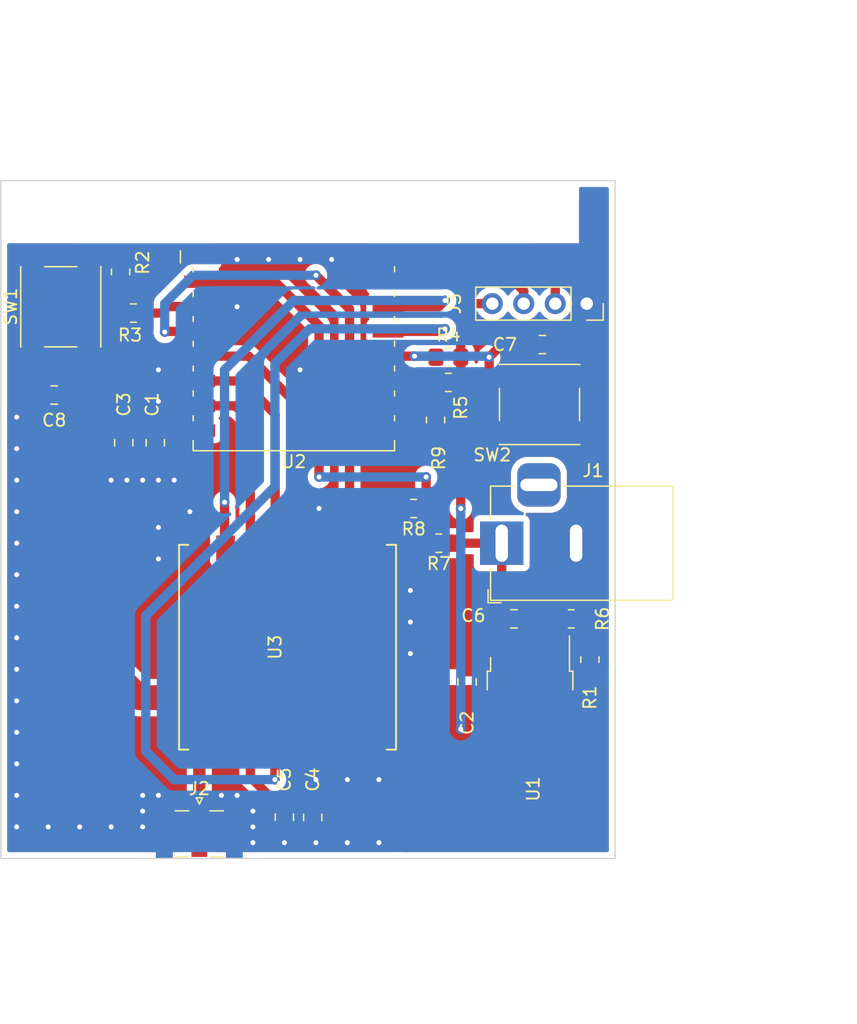
<source format=kicad_pcb>
(kicad_pcb (version 20211014) (generator pcbnew)
  (layers (0 "F.Cu" signal) (31 "B.Cu" signal) (34 "B.Paste" user) (35 "F.Paste" user) (36 "B.SilkS" user "B.Silkscreen") (37 "F.SilkS" user "F.Silkscreen") (38 "B.Mask" user) (39 "F.Mask" user) (44 "Edge.Cuts" user))
  (net 0 "")
  (net 1 "Net-(C1-Pad2)")
  (net 2 "GND")
  (net 3 "Net-(C6-Pad2)")
  (net 4 "Net-(C7-Pad1)")
  (net 5 "Net-(C8-Pad2)")
  (net 6 "Net-(J2-Pad1)")
  (net 7 "Net-(J3-Pad2)")
  (net 8 "Net-(J3-Pad3)")
  (net 9 "Net-(R1-Pad2)")
  (net 10 "Net-(R3-Pad2)")
  (net 11 "/BUSY")
  (net 12 "Net-(R7-Pad2)")
  (net 13 "Net-(R9-Pad1)")
  (net 14 "Net-(R5-Pad2)")
  (net 15 "Net-(U2-Pad5)")
  (net 16 "Net-(U2-Pad6)")
  (net 17 "Net-(U2-Pad7)")
  (net 18 "Net-(U2-Pad13)")
  (net 19 "Net-(U2-Pad14)")
  (footprint "Resistor_SMD:R_0805_2012Metric_Pad1.20x1.40mm_HandSolder" (layer "F.Cu") (at 158.512 110.49 180)
    (fp_text reference "R7" (at 0 -1.65) (layer "F.SilkS"))
    (fp_text value "10k")
    (fp_line (start -0.227064 -0.735) (end 0.227064 -0.735) (layer "F.SilkS") (width 0.12))
    (fp_line (start -0.227064 0.735) (end 0.227064 0.735) (layer "F.SilkS") (width 0.12))
    (pad "1" smd roundrect (at -1 0 180) (size 1.2 1.4) (layers "F.Cu" "F.Paste" "F.Mask") (roundrect_rratio 0.2083333333) (net 3 "Net-(C6-Pad2)"))
    (pad "2" smd roundrect (at 1 0 180) (size 1.2 1.4) (layers "F.Cu" "F.Paste" "F.Mask") (roundrect_rratio 0.2083333333) (net 12 "Net-(R7-Pad2)"))
  )
  (footprint "Capacitor_SMD:C_0805_2012Metric_Pad1.18x1.45mm_HandSolder" (layer "F.Cu") (at 164.5705 116.586 180)
    (fp_text reference "C6" (at 3.2805 0.254) (layer "F.SilkS"))
    (fp_text value "10u")
    (fp_line (start -0.261252 -0.735) (end 0.261252 -0.735) (layer "F.SilkS") (width 0.12))
    (fp_line (start -0.261252 0.735) (end 0.261252 0.735) (layer "F.SilkS") (width 0.12))
    (pad "1" smd roundrect (at -1.0375 0 180) (size 1.175 1.45) (layers "F.Cu" "F.Paste" "F.Mask") (roundrect_rratio 0.2127659574) (net 2 "GND"))
    (pad "2" smd roundrect (at 1.0375 0 180) (size 1.175 1.45) (layers "F.Cu" "F.Paste" "F.Mask") (roundrect_rratio 0.2127659574) (net 3 "Net-(C6-Pad2)"))
  )
  (footprint "Capacitor_SMD:C_0805_2012Metric_Pad1.18x1.45mm_HandSolder" (layer "F.Cu") (at 135.636 102.392 90)
    (fp_text reference "C1" (at 3.078 -0.254 90) (layer "F.SilkS"))
    (fp_text value "10u")
    (fp_line (start -0.261252 -0.735) (end 0.261252 -0.735) (layer "F.SilkS") (width 0.12))
    (fp_line (start -0.261252 0.735) (end 0.261252 0.735) (layer "F.SilkS") (width 0.12))
    (pad "1" smd roundrect (at -1.0375 0 90) (size 1.175 1.45) (layers "F.Cu" "F.Paste" "F.Mask") (roundrect_rratio 0.2127659574) (net 2 "GND"))
    (pad "2" smd roundrect (at 1.0375 0 90) (size 1.175 1.45) (layers "F.Cu" "F.Paste" "F.Mask") (roundrect_rratio 0.2127659574) (net 1 "Net-(C1-Pad2)"))
  )
  (footprint "Capacitor_SMD:C_0805_2012Metric_Pad1.18x1.45mm_HandSolder" (layer "F.Cu") (at 127.4865 98.552)
    (fp_text reference "C8" (at 0 2.032) (layer "F.SilkS"))
    (fp_text value "0.1u")
    (fp_line (start -0.261252 0.735) (end 0.261252 0.735) (layer "F.SilkS") (width 0.12))
    (fp_line (start -0.261252 -0.735) (end 0.261252 -0.735) (layer "F.SilkS") (width 0.12))
    (pad "1" smd roundrect (at -1.0375 0) (size 1.175 1.45) (layers "F.Cu" "F.Paste" "F.Mask") (roundrect_rratio 0.2127659574) (net 2 "GND"))
    (pad "2" smd roundrect (at 1.0375 0) (size 1.175 1.45) (layers "F.Cu" "F.Paste" "F.Mask") (roundrect_rratio 0.2127659574) (net 5 "Net-(C8-Pad2)"))
  )
  (footprint "Connector_PinSocket_2.54mm:PinSocket_1x04_P2.54mm_Vertical" (layer "F.Cu") (at 170.434 91.186 -90)
    (fp_text reference "J3" (at 0 10.668 90) (layer "F.SilkS"))
    (fp_text value "PROG")
    (fp_line (start -1.33 1.27) (end 1.33 1.27) (layer "F.SilkS") (width 0.12))
    (fp_line (start 1.33 -1.33) (end 1.33 0) (layer "F.SilkS") (width 0.12))
    (fp_line (start -1.33 8.95) (end 1.33 8.95) (layer "F.SilkS") (width 0.12))
    (fp_line (start 0 -1.33) (end 1.33 -1.33) (layer "F.SilkS") (width 0.12))
    (fp_line (start -1.33 1.27) (end -1.33 8.95) (layer "F.SilkS") (width 0.12))
    (fp_line (start 1.33 1.27) (end 1.33 8.95) (layer "F.SilkS") (width 0.12))
    (pad "1" thru_hole rect (at 0 0 270) (size 1.7 1.7) (drill 1) (layers *.Cu *.Mask) (net 2 "GND"))
    (pad "2" thru_hole oval (at 0 2.54 270) (size 1.7 1.7) (drill 1) (layers *.Cu *.Mask) (net 7 "Net-(J3-Pad2)"))
    (pad "3" thru_hole oval (at 0 5.08 270) (size 1.7 1.7) (drill 1) (layers *.Cu *.Mask) (net 8 "Net-(J3-Pad3)"))
    (pad "4" thru_hole oval (at 0 7.62 270) (size 1.7 1.7) (drill 1) (layers *.Cu *.Mask) (net 1 "Net-(C1-Pad2)"))
  )
  (footprint "Button_Switch_SMD:SW_Push_1P1T_NO_6x6mm_H9.5mm" (layer "F.Cu") (at 166.624 99.314)
    (fp_text reference "SW2" (at -3.81 4.064) (layer "F.SilkS"))
    (fp_text value "Flash")
    (fp_line (start 3.23 -1.3) (end 3.23 1.3) (layer "F.SilkS") (width 0.12))
    (fp_line (start -3.23 3.23) (end 3.23 3.23) (layer "F.SilkS") (width 0.12))
    (fp_line (start -3.23 -3.23) (end 3.23 -3.23) (layer "F.SilkS") (width 0.12))
    (fp_line (start -3.23 -1.3) (end -3.23 1.3) (layer "F.SilkS") (width 0.12))
    (fp_line (start -3.23 3.23) (end -3.23 3.2) (layer "F.SilkS") (width 0.12))
    (fp_line (start 3.23 -3.23) (end 3.23 -3.2) (layer "F.SilkS") (width 0.12))
    (fp_line (start -3.23 -3.2) (end -3.23 -3.23) (layer "F.SilkS") (width 0.12))
    (fp_line (start 3.23 3.23) (end 3.23 3.2) (layer "F.SilkS") (width 0.12))
    (pad "1" smd rect (at 3.975 -2.25) (size 1.55 1.3) (layers "F.Cu" "F.Paste" "F.Mask") (net 4 "Net-(C7-Pad1)"))
    (pad "1" smd rect (at -3.975 -2.25) (size 1.55 1.3) (layers "F.Cu" "F.Paste" "F.Mask") (net 4 "Net-(C7-Pad1)"))
    (pad "2" smd rect (at -3.975 2.25) (size 1.55 1.3) (layers "F.Cu" "F.Paste" "F.Mask") (net 2 "GND"))
    (pad "2" smd rect (at 3.975 2.25) (size 1.55 1.3) (layers "F.Cu" "F.Paste" "F.Mask") (net 2 "GND"))
  )
  (footprint "Button_Switch_SMD:SW_Push_1P1T_NO_6x6mm_H9.5mm" (layer "F.Cu") (at 128.016 91.44 90)
    (fp_text reference "SW1" (at 0 -4.05 90) (layer "F.SilkS"))
    (fp_text value "Reset")
    (fp_line (start -3.23 -3.23) (end 3.23 -3.23) (layer "F.SilkS") (width 0.12))
    (fp_line (start -3.23 3.23) (end -3.23 3.2) (layer "F.SilkS") (width 0.12))
    (fp_line (start 3.23 3.23) (end 3.23 3.2) (layer "F.SilkS") (width 0.12))
    (fp_line (start -3.23 -1.3) (end -3.23 1.3) (layer "F.SilkS") (width 0.12))
    (fp_line (start 3.23 -3.23) (end 3.23 -3.2) (layer "F.SilkS") (width 0.12))
    (fp_line (start -3.23 -3.2) (end -3.23 -3.23) (layer "F.SilkS") (width 0.12))
    (fp_line (start 3.23 -1.3) (end 3.23 1.3) (layer "F.SilkS") (width 0.12))
    (fp_line (start -3.23 3.23) (end 3.23 3.23) (layer "F.SilkS") (width 0.12))
    (pad "1" smd rect (at 3.975 -2.25 90) (size 1.55 1.3) (layers "F.Cu" "F.Paste" "F.Mask") (net 2 "GND"))
    (pad "1" smd rect (at -3.975 -2.25 90) (size 1.55 1.3) (layers "F.Cu" "F.Paste" "F.Mask") (net 2 "GND"))
    (pad "2" smd rect (at -3.975 2.25 90) (size 1.55 1.3) (layers "F.Cu" "F.Paste" "F.Mask") (net 5 "Net-(C8-Pad2)"))
    (pad "2" smd rect (at 3.975 2.25 90) (size 1.55 1.3) (layers "F.Cu" "F.Paste" "F.Mask") (net 5 "Net-(C8-Pad2)"))
  )
  (footprint "Resistor_SMD:R_0805_2012Metric_Pad1.20x1.40mm_HandSolder" (layer "F.Cu") (at 159.274 95.504 180)
    (fp_text reference "R4" (at 0 1.778) (layer "F.SilkS"))
    (fp_text value "10k")
    (fp_line (start -0.227064 0.735) (end 0.227064 0.735) (layer "F.SilkS") (width 0.12))
    (fp_line (start -0.227064 -0.735) (end 0.227064 -0.735) (layer "F.SilkS") (width 0.12))
    (pad "1" smd roundrect (at -1 0 180) (size 1.2 1.4) (layers "F.Cu" "F.Paste" "F.Mask") (roundrect_rratio 0.2083333333) (net 1 "Net-(C1-Pad2)"))
    (pad "2" smd roundrect (at 1 0 180) (size 1.2 1.4) (layers "F.Cu" "F.Paste" "F.Mask") (roundrect_rratio 0.2083333333) (net 4 "Net-(C7-Pad1)"))
  )
  (footprint "Resistor_SMD:R_0805_2012Metric_Pad1.20x1.40mm_HandSolder" (layer "F.Cu") (at 169.18 116.586)
    (fp_text reference "R6" (at 2.524 0 90) (layer "F.SilkS"))
    (fp_text value "150")
    (fp_line (start -0.227064 0.735) (end 0.227064 0.735) (layer "F.SilkS") (width 0.12))
    (fp_line (start -0.227064 -0.735) (end 0.227064 -0.735) (layer "F.SilkS") (width 0.12))
    (pad "1" smd roundrect (at -1 0) (size 1.2 1.4) (layers "F.Cu" "F.Paste" "F.Mask") (roundrect_rratio 0.2083333333) (net 9 "Net-(R1-Pad2)"))
    (pad "2" smd roundrect (at 1 0) (size 1.2 1.4) (layers "F.Cu" "F.Paste" "F.Mask") (roundrect_rratio 0.2083333333) (net 2 "GND"))
  )
  (footprint "Resistor_SMD:R_0805_2012Metric_Pad1.20x1.40mm_HandSolder" (layer "F.Cu") (at 133.874 91.948)
    (fp_text reference "R3" (at -0.27 1.778) (layer "F.SilkS"))
    (fp_text value "10k")
    (fp_line (start -0.227064 -0.735) (end 0.227064 -0.735) (layer "F.SilkS") (width 0.12))
    (fp_line (start -0.227064 0.735) (end 0.227064 0.735) (layer "F.SilkS") (width 0.12))
    (pad "1" smd roundrect (at -1 0) (size 1.2 1.4) (layers "F.Cu" "F.Paste" "F.Mask") (roundrect_rratio 0.2083333333) (net 1 "Net-(C1-Pad2)"))
    (pad "2" smd roundrect (at 1 0) (size 1.2 1.4) (layers "F.Cu" "F.Paste" "F.Mask") (roundrect_rratio 0.2083333333) (net 10 "Net-(R3-Pad2)"))
  )
  (footprint "Capacitor_SMD:C_0805_2012Metric_Pad1.18x1.45mm_HandSolder" (layer "F.Cu") (at 133.096 102.392 90)
    (fp_text reference "C3" (at 3.078 0 90) (layer "F.SilkS"))
    (fp_text value "0.1u")
    (fp_line (start -0.261252 -0.735) (end 0.261252 -0.735) (layer "F.SilkS") (width 0.12))
    (fp_line (start -0.261252 0.735) (end 0.261252 0.735) (layer "F.SilkS") (width 0.12))
    (pad "1" smd roundrect (at -1.0375 0 90) (size 1.175 1.45) (layers "F.Cu" "F.Paste" "F.Mask") (roundrect_rratio 0.2127659574) (net 2 "GND"))
    (pad "2" smd roundrect (at 1.0375 0 90) (size 1.175 1.45) (layers "F.Cu" "F.Paste" "F.Mask") (roundrect_rratio 0.2127659574) (net 1 "Net-(C1-Pad2)"))
  )
  (footprint "Resistor_SMD:R_0805_2012Metric_Pad1.20x1.40mm_HandSolder" (layer "F.Cu") (at 158.242 100.568 -90)
    (fp_text reference "R9" (at 3.064 -0.254 90) (layer "F.SilkS"))
    (fp_text value "10k")
    (fp_line (start -0.227064 0.735) (end 0.227064 0.735) (layer "F.SilkS") (width 0.12))
    (fp_line (start -0.227064 -0.735) (end 0.227064 -0.735) (layer "F.SilkS") (width 0.12))
    (pad "1" smd roundrect (at -1 0 270) (size 1.2 1.4) (layers "F.Cu" "F.Paste" "F.Mask") (roundrect_rratio 0.2083333333) (net 13 "Net-(R9-Pad1)"))
    (pad "2" smd roundrect (at 1 0 270) (size 1.2 1.4) (layers "F.Cu" "F.Paste" "F.Mask") (roundrect_rratio 0.2083333333) (net 2 "GND"))
  )
  (footprint "Capacitor_SMD:C_0805_2012Metric_Pad1.18x1.45mm_HandSolder" (layer "F.Cu") (at 166.8565 94.488)
    (fp_text reference "C7" (at -3.0265 0) (layer "F.SilkS"))
    (fp_text value "0.1u")
    (fp_line (start -0.261252 0.735) (end 0.261252 0.735) (layer "F.SilkS") (width 0.12))
    (fp_line (start -0.261252 -0.735) (end 0.261252 -0.735) (layer "F.SilkS") (width 0.12))
    (pad "1" smd roundrect (at -1.0375 0) (size 1.175 1.45) (layers "F.Cu" "F.Paste" "F.Mask") (roundrect_rratio 0.2127659574) (net 4 "Net-(C7-Pad1)"))
    (pad "2" smd roundrect (at 1.0375 0) (size 1.175 1.45) (layers "F.Cu" "F.Paste" "F.Mask") (roundrect_rratio 0.2127659574) (net 2 "GND"))
  )
  (footprint "Connector_Coaxial:SMA_Samtec_SMA-J-P-X-ST-EM1_EdgeMount" (layer "F.Cu") (at 139.192 133.7675)
    (fp_text reference "J2" (at 0 -3.5) (layer "F.SilkS"))
    (fp_text value "RF")
    (fp_line (start 0.84 -1.71) (end 1.95 -1.71) (layer "F.SilkS") (width 0.12))
    (fp_line (start -1.95 2) (end -0.84 2) (layer "F.SilkS") (width 0.12))
    (fp_line (start 0 -2.26) (end 0.25 -2.76) (layer "F.SilkS") (width 0.12))
    (fp_line (start -0.25 -2.76) (end 0 -2.26) (layer "F.SilkS") (width 0.12))
    (fp_line (start -1.95 -1.71) (end -0.84 -1.71) (layer "F.SilkS") (width 0.12))
    (fp_line (start 0.25 -2.76) (end -0.25 -2.76) (layer "F.SilkS") (width 0.12))
    (fp_line (start 0.84 2) (end 1.95 2) (layer "F.SilkS") (width 0.12))
    (pad "1" smd rect (at 0 0.2) (size 1.27 3.6) (layers "F.Cu" "F.Paste" "F.Mask") (net 6 "Net-(J2-Pad1)"))
    (pad "2" smd rect (at 2.825 0) (size 1.35 4.2) (layers "B.Cu" "B.Paste" "B.Mask") (net 2 "GND"))
    (pad "2" smd rect (at 2.825 0) (size 1.35 4.2) (layers "F.Cu" "F.Paste" "F.Mask") (net 2 "GND"))
    (pad "2" smd rect (at -2.825 0) (size 1.35 4.2) (layers "F.Cu" "F.Paste" "F.Mask") (net 2 "GND"))
    (pad "2" smd rect (at -2.825 0) (size 1.35 4.2) (layers "B.Cu" "B.Paste" "B.Mask") (net 2 "GND"))
  )
  (footprint "Resistor_SMD:R_0805_2012Metric_Pad1.20x1.40mm_HandSolder" (layer "F.Cu") (at 170.688 119.872 90)
    (fp_text reference "R1" (at -3.064 0 90) (layer "F.SilkS"))
    (fp_text value "150")
    (fp_line (start -0.227064 -0.735) (end 0.227064 -0.735) (layer "F.SilkS") (width 0.12))
    (fp_line (start -0.227064 0.735) (end 0.227064 0.735) (layer "F.SilkS") (width 0.12))
    (pad "1" smd roundrect (at -1 0 90) (size 1.2 1.4) (layers "F.Cu" "F.Paste" "F.Mask") (roundrect_rratio 0.2083333333) (net 1 "Net-(C1-Pad2)"))
    (pad "2" smd roundrect (at 1 0 90) (size 1.2 1.4) (layers "F.Cu" "F.Paste" "F.Mask") (roundrect_rratio 0.2083333333) (net 9 "Net-(R1-Pad2)"))
  )
  (footprint "Capacitor_SMD:C_0805_2012Metric_Pad1.18x1.45mm_HandSolder" (layer "F.Cu") (at 146.05 132.5665 90)
    (fp_text reference "C5" (at 3.0265 0 90) (layer "F.SilkS"))
    (fp_text value "0.1u")
    (fp_line (start -0.261252 -0.735) (end 0.261252 -0.735) (layer "F.SilkS") (width 0.12))
    (fp_line (start -0.261252 0.735) (end 0.261252 0.735) (layer "F.SilkS") (width 0.12))
    (pad "1" smd roundrect (at -1.0375 0 90) (size 1.175 1.45) (layers "F.Cu" "F.Paste" "F.Mask") (roundrect_rratio 0.2127659574) (net 2 "GND"))
    (pad "2" smd roundrect (at 1.0375 0 90) (size 1.175 1.45) (layers "F.Cu" "F.Paste" "F.Mask") (roundrect_rratio 0.2127659574) (net 1 "Net-(C1-Pad2)"))
  )
  (footprint "Resistor_SMD:R_0805_2012Metric_Pad1.20x1.40mm_HandSolder" (layer "F.Cu") (at 159.274 97.536 180)
    (fp_text reference "R5" (at -1 -2.032 90) (layer "F.SilkS"))
    (fp_text value "10k")
    (fp_line (start -0.227064 -0.735) (end 0.227064 -0.735) (layer "F.SilkS") (width 0.12))
    (fp_line (start -0.227064 0.735) (end 0.227064 0.735) (layer "F.SilkS") (width 0.12))
    (pad "1" smd roundrect (at -1 0 180) (size 1.2 1.4) (layers "F.Cu" "F.Paste" "F.Mask") (roundrect_rratio 0.2083333333) (net 1 "Net-(C1-Pad2)"))
    (pad "2" smd roundrect (at 1 0 180) (size 1.2 1.4) (layers "F.Cu" "F.Paste" "F.Mask") (roundrect_rratio 0.2083333333) (net 14 "Net-(R5-Pad2)"))
  )
  (footprint "Resistor_SMD:R_0805_2012Metric_Pad1.20x1.40mm_HandSolder" (layer "F.Cu") (at 132.842 88.63 90)
    (fp_text reference "R2" (at 0.746 1.778 90) (layer "F.SilkS"))
    (fp_text value "10k")
    (fp_line (start -0.227064 0.735) (end 0.227064 0.735) (layer "F.SilkS") (width 0.12))
    (fp_line (start -0.227064 -0.735) (end 0.227064 -0.735) (layer "F.SilkS") (width 0.12))
    (pad "1" smd roundrect (at -1 0 90) (size 1.2 1.4) (layers "F.Cu" "F.Paste" "F.Mask") (roundrect_rratio 0.2083333333) (net 1 "Net-(C1-Pad2)"))
    (pad "2" smd roundrect (at 1 0 90) (size 1.2 1.4) (layers "F.Cu" "F.Paste" "F.Mask") (roundrect_rratio 0.2083333333) (net 5 "Net-(C8-Pad2)"))
  )
  (footprint "RF_Module:Ai-Thinker-Ra-01-LoRa" (layer "F.Cu") (at 146.304 118.872 90)
    (fp_text reference "U3" (at 0 -1 90) (layer "F.SilkS"))
    (fp_text value "Ai-Thinker-Ra-01")
    (fp_line (start 8.25 -8.75) (end 8.25 -8) (layer "F.SilkS") (width 0.15))
    (fp_line (start 8.25 8.75) (end 8.25 8) (layer "F.SilkS") (width 0.15))
    (fp_line (start -8.25 8) (end -8.25 8.75) (layer "F.SilkS") (width 0.15))
    (fp_line (start -8.25 -8) (end -8.25 -8.75) (layer "F.SilkS") (width 0.15))
    (fp_line (start -8.25 -8.75) (end 8.25 -8.75) (layer "F.SilkS") (width 0.15))
    (fp_line (start -8.25 8.75) (end 8.25 8.75) (layer "F.SilkS") (width 0.15))
    (pad "1" smd rect (at -8 -7 90) (size 2 1.5) (layers "F.Cu" "F.Paste" "F.Mask") (net 6 "Net-(J2-Pad1)"))
    (pad "2" smd rect (at -8 -5 90) (size 2 1.5) (layers "F.Cu" "F.Paste" "F.Mask") (net 2 "GND"))
    (pad "3" smd rect (at -8 -3 90) (size 2 1.5) (layers "F.Cu" "F.Paste" "F.Mask") (net 1 "Net-(C1-Pad2)"))
    (pad "4" smd rect (at -8 -1 90) (size 2 1.5) (layers "F.Cu" "F.Paste" "F.Mask") (net 18 "Net-(U2-Pad13)"))
    (pad "5" smd rect (at -8 1 90) (size 2 1.5) (layers "F.Cu" "F.Paste" "F.Mask"))
    (pad "6" smd rect (at -8 3 90) (size 2 1.5) (layers "F.Cu" "F.Paste" "F.Mask"))
    (pad "7" smd rect (at -8 5 90) (size 2 1.5) (layers "F.Cu" "F.Paste" "F.Mask"))
    (pad "8" smd rect (at -8 7 90) (size 2 1.5) (layers "F.Cu" "F.Paste" "F.Mask"))
    (pad "9" smd rect (at 8 7 90) (size 2 1.5) (layers "F.Cu" "F.Paste" "F.Mask") (net 2 "GND"))
    (pad "10" smd rect (at 8 5 90) (size 2 1.5) (layers "F.Cu" "F.Paste" "F.Mask") (net 11 "/BUSY"))
    (pad "11" smd rect (at 8 3 90) (size 2 1.5) (layers "F.Cu" "F.Paste" "F.Mask"))
    (pad "12" smd rect (at 8 1 90) (size 2 1.5) (layers "F.Cu" "F.Paste" "F.Mask") (net 15 "Net-(U2-Pad5)"))
    (pad "13" smd rect (at 8 -1 90) (size 2 1.5) (layers "F.Cu" "F.Paste" "F.Mask") (net 16 "Net-(U2-Pad6)"))
    (pad "14" smd rect (at 8 -3 90) (size 2 1.5) (layers "F.Cu" "F.Paste" "F.Mask") (net 17 "Net-(U2-Pad7)"))
    (pad "15" smd rect (at 8 -5 90) (size 2 1.5) (layers "F.Cu" "F.Paste" "F.Mask") (net 19 "Net-(U2-Pad14)"))
    (pad "16" smd rect (at 8 -7 90) (size 2 1.5) (layers "F.Cu" "F.Paste" "F.Mask") (net 2 "GND"))
  )
  (footprint "Package_TO_SOT_SMD:TO-252-2" (layer "F.Cu") (at 165.861 123.273 -90)
    (fp_text reference "U1" (at 7.029 -0.255 90) (layer "F.SilkS"))
    (fp_text value "AZ1117D-ADJ")
    (fp_line (start -0.97 -3.45) (end -2.47 -3.45) (layer "F.SilkS") (width 0.12))
    (fp_line (start -0.97 3.45) (end -2.47 3.45) (layer "F.SilkS") (width 0.12))
    (fp_line (start -2.47 -3.18) (end -5.3 -3.18) (layer "F.SilkS") (width 0.12))
    (fp_line (start -2.47 3.18) (end -3.57 3.18) (layer "F.SilkS") (width 0.12))
    (fp_line (start -2.47 -3.45) (end -2.47 -3.18) (layer "F.SilkS") (width 0.12))
    (fp_line (start -2.47 3.45) (end -2.47 3.18) (layer "F.SilkS") (width 0.12))
    (pad "1" smd rect (at -4.2 -2.28 270) (size 2.2 1.2) (layers "F.Cu" "F.Paste" "F.Mask") (net 9 "Net-(R1-Pad2)"))
    (pad "2" smd rect (at 2.1 0 270) (size 6.4 5.8) (layers "F.Cu" "F.Mask") (net 1 "Net-(C1-Pad2)"))
    (pad "3" smd rect (at -4.2 2.28 270) (size 2.2 1.2) (layers "F.Cu" "F.Paste" "F.Mask") (net 3 "Net-(C6-Pad2)"))
  )
  (footprint "Connector_BarrelJack:BarrelJack_Horizontal" (layer "F.Cu") (at 163.576 110.49 180)
    (fp_text reference "J1" (at -7.366 5.842) (layer "F.SilkS"))
    (fp_text value "Supply")
    (fp_line (start 0.9 -4.6) (end 0.9 -2) (layer "F.SilkS") (width 0.12))
    (fp_line (start -5 4.6) (end -13.8 4.6) (layer "F.SilkS") (width 0.12))
    (fp_line (start 0.9 1.9) (end 0.9 4.6) (layer "F.SilkS") (width 0.12))
    (fp_line (start -13.8 4.6) (end -13.8 -4.6) (layer "F.SilkS") (width 0.12))
    (fp_line (start 1.1 -3.75) (end 1.1 -4.8) (layer "F.SilkS") (width 0.12))
    (fp_line (start 0.9 4.6) (end -1 4.6) (layer "F.SilkS") (width 0.12))
    (fp_line (start 0.05 -4.8) (end 1.1 -4.8) (layer "F.SilkS") (width 0.12))
    (fp_line (start -13.8 -4.6) (end 0.9 -4.6) (layer "F.SilkS") (width 0.12))
    (pad "1" thru_hole rect (at 0 0 180) (size 3.5 3.5) (drill oval 1 3) (layers *.Cu *.Mask) (net 3 "Net-(C6-Pad2)"))
    (pad "2" thru_hole roundrect (at -6 0 180) (size 3 3.5) (drill oval 1 3) (layers *.Cu *.Mask) (net 2 "GND"))
    (pad "3" thru_hole roundrect (at -3 4.7 180) (size 3.5 3.5) (drill oval 3 1) (layers *.Cu *.Mask))
  )
  (footprint "Capacitor_SMD:C_0805_2012Metric_Pad1.18x1.45mm_HandSolder" (layer "F.Cu") (at 148.336 132.588 90)
    (fp_text reference "C4" (at 3.048 0 90) (layer "F.SilkS"))
    (fp_text value "10u")
    (fp_line (start -0.261252 0.735) (end 0.261252 0.735) (layer "F.SilkS") (width 0.12))
    (fp_line (start -0.261252 -0.735) (end 0.261252 -0.735) (layer "F.SilkS") (width 0.12))
    (pad "1" smd roundrect (at -1.0375 0 90) (size 1.175 1.45) (layers "F.Cu" "F.Paste" "F.Mask") (roundrect_rratio 0.2127659574) (net 2 "GND"))
    (pad "2" smd roundrect (at 1.0375 0 90) (size 1.175 1.45) (layers "F.Cu" "F.Paste" "F.Mask") (roundrect_rratio 0.2127659574) (net 1 "Net-(C1-Pad2)"))
  )
  (footprint "Capacitor_SMD:C_0805_2012Metric_Pad1.18x1.45mm_HandSolder" (layer "F.Cu") (at 160.782 121.666 -90)
    (fp_text reference "C2" (at 3.302 0 90) (layer "F.SilkS"))
    (fp_text value "22u")
    (fp_line (start -0.261252 -0.735) (end 0.261252 -0.735) (layer "F.SilkS") (width 0.12))
    (fp_line (start -0.261252 0.735) (end 0.261252 0.735) (layer "F.SilkS") (width 0.12))
    (pad "1" smd roundrect (at -1.0375 0 270) (size 1.175 1.45) (layers "F.Cu" "F.Paste" "F.Mask") (roundrect_rratio 0.2127659574) (net 2 "GND"))
    (pad "2" smd roundrect (at 1.0375 0 270) (size 1.175 1.45) (layers "F.Cu" "F.Paste" "F.Mask") (roundrect_rratio 0.2127659574) (net 1 "Net-(C1-Pad2)"))
  )
  (footprint "Resistor_SMD:R_0805_2012Metric_Pad1.20x1.40mm_HandSolder" (layer "F.Cu") (at 156.48 107.696 180)
    (fp_text reference "R8" (at 0 -1.65) (layer "F.SilkS"))
    (fp_text value "3.9k")
    (fp_line (start -0.227064 -0.735) (end 0.227064 -0.735) (layer "F.SilkS") (width 0.12))
    (fp_line (start -0.227064 0.735) (end 0.227064 0.735) (layer "F.SilkS") (width 0.12))
    (pad "1" smd roundrect (at -1 0 180) (size 1.2 1.4) (layers "F.Cu" "F.Paste" "F.Mask") (roundrect_rratio 0.2083333333) (net 12 "Net-(R7-Pad2)"))
    (pad "2" smd roundrect (at 1 0 180) (size 1.2 1.4) (layers "F.Cu" "F.Paste" "F.Mask") (roundrect_rratio 0.2083333333) (net 2 "GND"))
  )
  (footprint "RF_Module:ESP-07" (layer "F.Cu") (at 146.813 92.321)
    (fp_text reference "U2" (at 0 11.6) (layer "F.SilkS"))
    (fp_text value "ESP-07")
    (fp_line (start 8.12 2.3) (end 8.12 1.9) (layer "F.SilkS") (width 0.12))
    (fp_line (start 8.12 10.72) (end -8.12 10.72) (layer "F.SilkS") (width 0.12))
    (fp_line (start -8.12 2.3) (end -8.12 1.9) (layer "F.SilkS") (width 0.12))
    (fp_line (start -8.12 0.3) (end -8.12 -0.1) (layer "F.SilkS") (width 0.12))
    (fp_line (start 8.12 -3.7) (end 8.12 -4.1) (layer "F.SilkS") (width 0.12))
    (fp_line (start 8.12 -1.7) (end 8.12 -2.1) (layer "F.SilkS") (width 0.12))
    (fp_line (start -8.12 8.3) (end -8.12 7.9) (layer "F.SilkS") (width 0.12))
    (fp_line (start 8.12 0.3) (end 8.12 -0.1) (layer "F.SilkS") (width 0.12))
    (fp_line (start 8.12 8.3) (end 8.12 7.9) (layer "F.SilkS") (width 0.12))
    (fp_line (start -9.15 -5.4) (end -9.15 -4.4) (layer "F.SilkS") (width 0.12))
    (fp_line (start 8.12 9.9) (end 8.12 10.72) (layer "F.SilkS") (width 0.12))
    (fp_line (start -8.12 -3.7) (end -8.12 -4.1) (layer "F.SilkS") (width 0.12))
    (fp_line (start 8.12 6.3) (end 8.12 5.9) (layer "F.SilkS") (width 0.12))
    (fp_line (start -8.12 10.72) (end -8.12 9.9) (layer "F.SilkS") (width 0.12))
    (fp_line (start -8.12 4.3) (end -8.12 3.9) (layer "F.SilkS") (width 0.12))
    (fp_line (start -8.12 6.3) (end -8.12 5.9) (layer "F.SilkS") (width 0.12))
    (fp_line (start -8.12 -1.7) (end -8.12 -2.1) (layer "F.SilkS") (width 0.12))
    (fp_line (start 8.12 4.3) (end 8.12 3.9) (layer "F.SilkS") (width 0.12))
    (pad "1" smd rect (at -7.6 -4.9) (size 2.5 1) (layers "F.Cu" "F.Paste" "F.Mask") (net 5 "Net-(C8-Pad2)"))
    (pad "2" smd rect (at -7.6 -2.9) (size 2.5 1) (layers "F.Cu" "F.Paste" "F.Mask") (net 12 "Net-(R7-Pad2)"))
    (pad "3" smd rect (at -7.6 -0.9) (size 2.5 1) (layers "F.Cu" "F.Paste" "F.Mask") (net 10 "Net-(R3-Pad2)"))
    (pad "4" smd rect (at -7.6 1.1) (size 2.5 1) (layers "F.Cu" "F.Paste" "F.Mask") (net 11 "/BUSY"))
    (pad "5" smd rect (at -7.6 3.1) (size 2.5 1) (layers "F.Cu" "F.Paste" "F.Mask") (net 15 "Net-(U2-Pad5)"))
    (pad "6" smd rect (at -7.6 5.1) (size 2.5 1) (layers "F.Cu" "F.Paste" "F.Mask") (net 16 "Net-(U2-Pad6)"))
    (pad "7" smd rect (at -7.6 7.1) (size 2.5 1) (layers "F.Cu" "F.Paste" "F.Mask") (net 17 "Net-(U2-Pad7)"))
    (pad "8" smd rect (at -7.6 9.1) (size 2.5 1) (layers "F.Cu" "F.Paste" "F.Mask") (net 1 "Net-(C1-Pad2)"))
    (pad "9" smd rect (at 7.6 9.1) (size 2.5 1) (layers "F.Cu" "F.Paste" "F.Mask") (net 2 "GND"))
    (pad "10" smd rect (at 7.6 7.1) (size 2.5 1) (layers "F.Cu" "F.Paste" "F.Mask") (net 13 "Net-(R9-Pad1)"))
    (pad "11" smd rect (at 7.6 5.1) (size 2.5 1) (layers "F.Cu" "F.Paste" "F.Mask") (net 14 "Net-(R5-Pad2)"))
    (pad "12" smd rect (at 7.6 3.1) (size 2.5 1) (layers "F.Cu" "F.Paste" "F.Mask") (net 4 "Net-(C7-Pad1)"))
    (pad "13" smd rect (at 7.6 1.1) (size 2.5 1) (layers "F.Cu" "F.Paste" "F.Mask") (net 18 "Net-(U2-Pad13)"))
    (pad "14" smd rect (at 7.6 -0.9) (size 2.5 1) (layers "F.Cu" "F.Paste" "F.Mask") (net 19 "Net-(U2-Pad14)"))
    (pad "15" smd rect (at 7.6 -2.9) (size 2.5 1) (layers "F.Cu" "F.Paste" "F.Mask") (net 8 "Net-(J3-Pad3)"))
    (pad "16" smd rect (at 7.6 -4.9) (size 2.5 1) (layers "F.Cu" "F.Paste" "F.Mask") (net 7 "Net-(J3-Pad2)"))
    (zone (net 0) (net_name "") (layers *.Cu) (connect_pads (clearance 0)) (min_thickness 0.254)
      (keepout (tracks not_allowed) (vias not_allowed) (pads not_allowed) (copperpour not_allowed) (footprints not_allowed))
      (fill (thermal_gap 0.508) (thermal_bridge_width 0.508))
      (polygon (pts (xy 123.813 86.321) (xy 169.813 86.321) (xy 169.813 66.721) (xy 123.813 66.721)))
    )
  )
  (gr_line (start 123.19 135.89) (end 123.19 81.28) (layer "Edge.Cuts") (width 0.1))
  (gr_line (start 172.72 135.89) (end 123.19 135.89) (layer "Edge.Cuts") (width 0.1))
  (gr_line (start 172.72 81.28) (end 172.72 135.89) (layer "Edge.Cuts") (width 0.1))
  (gr_line (start 123.19 81.28) (end 172.72 81.28) (layer "Edge.Cuts") (width 0.1))
  (segment (start 163.424 122.936) (end 165.861 125.373) (width 2) (layer "F.Cu") (net 1))
  (segment (start 165.758 125.476) (end 165.861 125.373) (width 0.75) (layer "F.Cu") (net 1))
  (segment (start 160.274 125.476) (end 165.758 125.476) (width 0.75) (layer "F.Cu") (net 1))
  (segment (start 170.688 120.872) (end 170.688 122.682) (width 0.75) (layer "F.Cu") (net 1))
  (segment (start 160.274 95.504) (end 160.274 92.202) (width 0.75) (layer "F.Cu") (net 1))
  (segment (start 133.096 101.3545) (end 129.7855 101.3545) (width 0.75) (layer "F.Cu") (net 1))
  (segment (start 129.286 117.856) (end 134.366 122.936) (width 2) (layer "F.Cu") (net 1))
  (segment (start 148.336 131.5505) (end 145.5205 131.5505) (width 0.75) (layer "F.Cu") (net 1))
  (segment (start 132.874 91.948) (end 132.874 101.1325) (width 0.75) (layer "F.Cu") (net 1))
  (segment (start 160.274 97.536) (end 160.274 107.696) (width 0.75) (layer "F.Cu") (net 1))
  (segment (start 145.5205 131.5505) (end 143.304 129.334) (width 0.75) (layer "F.Cu") (net 1))
  (segment (start 148.336 131.5505) (end 159.6835 131.5505) (width 2) (layer "F.Cu") (net 1))
  (segment (start 160.274 95.504) (end 160.274 97.536) (width 0.75) (layer "F.Cu") (net 1))
  (segment (start 139.213 101.421) (end 133.1625 101.421) (width 0.75) (layer "F.Cu") (net 1))
  (segment (start 143.304 129.334) (end 143.304 126.872) (width 0.75) (layer "F.Cu") (net 1))
  (segment (start 134.366 122.936) (end 163.424 122.936) (width 2) (layer "F.Cu") (net 1))
  (segment (start 132.874 101.1325) (end 133.096 101.3545) (width 0.75) (layer "F.Cu") (net 1))
  (segment (start 132.842 89.63) (end 132.842 91.916) (width 0.75) (layer "F.Cu") (net 1))
  (segment (start 129.286 101.854) (end 129.286 117.856) (width 2) (layer "F.Cu") (net 1))
  (segment (start 159.6835 131.5505) (end 165.861 125.373) (width 2) (layer "F.Cu") (net 1))
  (segment (start 132.842 91.916) (end 132.874 91.948) (width 0.75) (layer "F.Cu") (net 1))
  (segment (start 129.7855 101.3545) (end 129.286 101.854) (width 0.75) (layer "F.Cu") (net 1))
  (segment (start 160.274 92.202) (end 161.29 91.186) (width 0.75) (layer "F.Cu") (net 1))
  (segment (start 161.29 91.186) (end 162.814 91.186) (width 0.75) (layer "F.Cu") (net 1))
  (segment (start 133.1625 101.421) (end 133.096 101.3545) (width 0.75) (layer "F.Cu") (net 1))
  (via (at 160.274 107.696) (size 0.8) (drill 0.4) (layers "F.Cu" "B.Cu") (net 1))
  (via (at 160.274 125.476) (size 0.8) (drill 0.4) (layers "F.Cu" "B.Cu") (net 1))
  (segment (start 160.274 107.696) (end 160.274 125.476) (width 0.75) (layer "B.Cu") (net 1))
  (segment (start 154.56 101.568) (end 154.413 101.421) (width 0.75) (layer "F.Cu") (net 2))
  (segment (start 158.242 101.568) (end 154.56 101.568) (width 0.75) (layer "F.Cu") (net 2))
  (via (at 153.67 134.62) (size 0.8) (drill 0.4) (layers "F.Cu" "B.Cu") (net 2))
  (via (at 129.54 133.35) (size 0.8) (drill 0.4) (layers "F.Cu" "B.Cu") (net 2))
  (via (at 124.46 128.27) (size 0.8) (drill 0.4) (layers "F.Cu" "B.Cu") (net 2))
  (via (at 134.62 105.41) (size 0.8) (drill 0.4) (layers "F.Cu" "B.Cu") (net 2))
  (via (at 135.89 105.41) (size 0.8) (drill 0.4) (layers "F.Cu" "B.Cu") (net 2))
  (via (at 135.89 99.06) (size 0.8) (drill 0.4) (layers "F.Cu" "B.Cu") (net 2))
  (via (at 156.21 114.3) (size 0.8) (drill 0.4) (layers "F.Cu" "B.Cu") (net 2))
  (via (at 143.51 132.08) (size 0.8) (drill 0.4) (layers "F.Cu" "B.Cu") (net 2))
  (via (at 147.32 87.63) (size 0.8) (drill 0.4) (layers "F.Cu" "B.Cu") (net 2))
  (via (at 133.35 105.41) (size 0.8) (drill 0.4) (layers "F.Cu" "B.Cu") (net 2))
  (via (at 124.46 120.65) (size 0.8) (drill 0.4) (layers "F.Cu" "B.Cu") (net 2))
  (via (at 124.46 118.11) (size 0.8) (drill 0.4) (layers "F.Cu" "B.Cu") (net 2))
  (via (at 146.05 134.62) (size 0.8) (drill 0.4) (layers "F.Cu" "B.Cu") (net 2))
  (via (at 149.86 87.63) (size 0.8) (drill 0.4) (layers "F.Cu" "B.Cu") (net 2))
  (via (at 147.32 96.52) (size 0.8) (drill 0.4) (layers "F.Cu" "B.Cu") (net 2))
  (via (at 140.97 130.81) (size 0.8) (drill 0.4) (layers "F.Cu" "B.Cu") (net 2))
  (via (at 124.46 107.95) (size 0.8) (drill 0.4) (layers "F.Cu" "B.Cu") (net 2))
  (via (at 124.46 105.41) (size 0.8) (drill 0.4) (layers "F.Cu" "B.Cu") (net 2))
  (via (at 134.62 132.08) (size 0.8) (drill 0.4) (layers "F.Cu" "B.Cu") (net 2))
  (via (at 151.13 129.54) (size 0.8) (drill 0.4) (layers "F.Cu" "B.Cu") (net 2))
  (via (at 148.844 107.696) (size 0.8) (drill 0.4) (layers "F.Cu" "B.Cu") (net 2))
  (via (at 132.08 105.41) (size 0.8) (drill 0.4) (layers "F.Cu" "B.Cu") (net 2))
  (via (at 148.59 134.62) (size 0.8) (drill 0.4) (layers "F.Cu" "B.Cu") (net 2))
  (via (at 143.51 134.62) (size 0.8) (drill 0.4) (layers "F.Cu" "B.Cu") (net 2))
  (via (at 135.89 111.76) (size 0.8) (drill 0.4) (layers "F.Cu" "B.Cu") (net 2))
  (via (at 156.21 116.84) (size 0.8) (drill 0.4) (layers "F.Cu" "B.Cu") (net 2))
  (via (at 142.24 87.63) (size 0.8) (drill 0.4) (layers "F.Cu" "B.Cu") (net 2))
  (via (at 138.43 107.95) (size 0.8) (drill 0.4) (layers "F.Cu" "B.Cu") (net 2))
  (via (at 135.89 130.81) (size 0.8) (drill 0.4) (layers "F.Cu" "B.Cu") (net 2))
  (via (at 124.46 100.33) (size 0.8) (drill 0.4) (layers "F.Cu" "B.Cu") (net 2))
  (via (at 143.51 133.35) (size 0.8) (drill 0.4) (layers "F.Cu" "B.Cu") (net 2))
  (via (at 124.46 125.73) (size 0.8) (drill 0.4) (layers "F.Cu" "B.Cu") (net 2))
  (via (at 124.46 133.35) (size 0.8) (drill 0.4) (layers "F.Cu" "B.Cu") (net 2))
  (via (at 134.62 130.81) (size 0.8) (drill 0.4) (layers "F.Cu" "B.Cu") (net 2))
  (via (at 124.46 113.03) (size 0.8) (drill 0.4) (layers "F.Cu" "B.Cu") (net 2))
  (via (at 151.13 134.62) (size 0.8) (drill 0.4) (layers "F.Cu" "B.Cu") (net 2))
  (via (at 148.59 129.54) (size 0.8) (drill 0.4) (layers "F.Cu" "B.Cu") (net 2))
  (via (at 124.46 123.19) (size 0.8) (drill 0.4) (layers "F.Cu" "B.Cu") (net 2))
  (via (at 135.89 109.22) (size 0.8) (drill 0.4) (layers "F.Cu" "B.Cu") (net 2))
  (via (at 132.08 133.35) (size 0.8) (drill 0.4) (layers "F.Cu" "B.Cu") (net 2))
  (via (at 144.78 87.63) (size 0.8) (drill 0.4) (layers "F.Cu" "B.Cu") (net 2))
  (via (at 124.46 110.49) (size 0.8) (drill 0.4) (layers "F.Cu" "B.Cu") (net 2))
  (via (at 124.46 130.81) (size 0.8) (drill 0.4) (layers "F.Cu" "B.Cu") (net 2))
  (via (at 135.89 96.52) (size 0.8) (drill 0.4) (layers "F.Cu" "B.Cu") (net 2))
  (via (at 156.21 119.38) (size 0.8) (drill 0.4) (layers "F.Cu" "B.Cu") (net 2))
  (via (at 142.24 130.81) (size 0.8) (drill 0.4) (layers "F.Cu" "B.Cu") (net 2))
  (via (at 134.62 133.35) (size 0.8) (drill 0.4) (layers "F.Cu" "B.Cu") (net 2))
  (via (at 142.24 91.44) (size 0.8) (drill 0.4) (layers "F.Cu" "B.Cu") (net 2))
  (via (at 153.67 129.54) (size 0.8) (drill 0.4) (layers "F.Cu" "B.Cu") (net 2))
  (via (at 137.16 105.41) (size 0.8) (drill 0.4) (layers "F.Cu" "B.Cu") (net 2))
  (via (at 127 133.35) (size 0.8) (drill 0.4) (layers "F.Cu" "B.Cu") (net 2))
  (via (at 124.46 102.87) (size 0.8) (drill 0.4) (layers "F.Cu" "B.Cu") (net 2))
  (via (at 124.46 115.57) (size 0.8) (drill 0.4) (layers "F.Cu" "B.Cu") (net 2))
  (segment (start 163.581 110.495) (end 163.576 110.49) (width 0.75) (layer "F.Cu") (net 3))
  (segment (start 163.581 119.073) (end 163.581 110.495) (width 0.75) (layer "F.Cu") (net 3))
  (segment (start 163.576 110.49) (end 159.512 110.49) (width 0.75) (layer "F.Cu") (net 3))
  (segment (start 156.547 95.421) (end 158.191 95.421) (width 0.75) (layer "F.Cu") (net 4))
  (segment (start 162.56 95.504) (end 162.56 96.975) (width 0.75) (layer "F.Cu") (net 4))
  (segment (start 165.819 94.488) (end 163.576 94.488) (width 0.75) (layer "F.Cu") (net 4))
  (segment (start 158.191 95.421) (end 158.274 95.504) (width 0.75) (layer "F.Cu") (net 4))
  (segment (start 154.413 95.421) (end 156.547 95.421) (width 0.75) (layer "F.Cu") (net 4))
  (segment (start 162.56 96.975) (end 162.649 97.064) (width 0.75) (layer "F.Cu") (net 4))
  (segment (start 163.576 94.488) (end 162.56 95.504) (width 0.75) (layer "F.Cu") (net 4))
  (segment (start 162.649 97.064) (end 170.599 97.064) (width 0.75) (layer "F.Cu") (net 4))
  (via (at 156.547 95.421) (size 0.8) (drill 0.4) (layers "F.Cu" "B.Cu") (net 4))
  (via (at 162.56 95.504) (size 0.8) (drill 0.4) (layers "F.Cu" "B.Cu") (net 4))
  (segment (start 162.477 95.421) (end 162.56 95.504) (width 0.75) (layer "B.Cu") (net 4))
  (segment (start 156.547 95.421) (end 162.477 95.421) (width 0.75) (layer "B.Cu") (net 4))
  (segment (start 129.54 98.552) (end 128.524 98.552) (width 0.75) (layer "F.Cu") (net 5))
  (segment (start 130.266 95.415) (end 130.266 87.465) (width 0.75) (layer "F.Cu") (net 5))
  (segment (start 130.266 97.826) (end 129.54 98.552) (width 0.75) (layer "F.Cu") (net 5))
  (segment (start 130.266 95.415) (end 130.266 97.826) (width 0.75) (layer "F.Cu") (net 5))
  (segment (start 139.213 87.421) (end 130.31 87.421) (width 0.75) (layer "F.Cu") (net 5))
  (segment (start 130.31 87.421) (end 130.266 87.465) (width 0.75) (layer "F.Cu") (net 5))
  (segment (start 139.192 126.984) (end 139.304 126.872) (width 0.75) (layer "F.Cu") (net 6))
  (segment (start 139.192 134.312) (end 139.192 126.984) (width 1) (layer "F.Cu") (net 6))
  (segment (start 154.413 87.421) (end 166.161 87.421) (width 0.75) (layer "F.Cu") (net 7))
  (segment (start 167.894 89.154) (end 167.894 91.186) (width 0.75) (layer "F.Cu") (net 7))
  (segment (start 166.161 87.421) (end 167.894 89.154) (width 0.75) (layer "F.Cu") (net 7))
  (segment (start 154.413 89.421) (end 164.605 89.421) (width 0.75) (layer "F.Cu") (net 8))
  (segment (start 164.605 89.421) (end 165.354 90.17) (width 0.75) (layer "F.Cu") (net 8))
  (segment (start 165.354 90.17) (end 165.354 91.186) (width 0.75) (layer "F.Cu") (net 8))
  (segment (start 168.141 119.073) (end 168.141 116.625) (width 0.75) (layer "F.Cu") (net 9))
  (segment (start 168.141 116.625) (end 168.18 116.586) (width 0.75) (layer "F.Cu") (net 9))
  (segment (start 170.688 118.872) (end 168.342 118.872) (width 0.75) (layer "F.Cu") (net 9))
  (segment (start 168.342 118.872) (end 168.141 119.073) (width 0.75) (layer "F.Cu") (net 9))
  (segment (start 136.671 91.421) (end 136.144 91.948) (width 0.75) (layer "F.Cu") (net 10))
  (segment (start 136.144 91.948) (end 134.874 91.948) (width 0.75) (layer "F.Cu") (net 10))
  (segment (start 139.213 91.421) (end 136.671 91.421) (width 0.75) (layer "F.Cu") (net 10))
  (segment (start 139.213 93.421) (end 136.449 93.421) (width 0.75) (layer "F.Cu") (net 11))
  (segment (start 136.449 93.421) (end 136.398 93.472) (width 0.75) (layer "F.Cu") (net 11))
  (segment (start 151.304 91.614) (end 148.59 88.9) (width 0.75) (layer "F.Cu") (net 11))
  (segment (start 151.304 110.872) (end 151.304 91.614) (width 0.75) (layer "F.Cu") (net 11))
  (via (at 148.59 88.9) (size 0.8) (drill 0.4) (layers "F.Cu" "B.Cu") (net 11))
  (via (at 136.398 93.472) (size 0.8) (drill 0.4) (layers "F.Cu" "B.Cu") (net 11))
  (segment (start 138.684 88.9) (end 148.59 88.9) (width 0.75) (layer "B.Cu") (net 11))
  (segment (start 136.398 91.186) (end 138.684 88.9) (width 0.75) (layer "B.Cu") (net 11))
  (segment (start 136.398 93.472) (end 136.398 91.186) (width 0.75) (layer "B.Cu") (net 11))
  (segment (start 144.031 89.421) (end 145.301 89.421) (width 0.75) (layer "F.Cu") (net 12))
  (segment (start 148.844 92.964) (end 148.844 105.156) (width 0.75) (layer "F.Cu") (net 12))
  (segment (start 145.301 89.421) (end 148.844 92.964) (width 0.75) (layer "F.Cu") (net 12))
  (segment (start 157.512 110.49) (end 157.512 107.728) (width 0.75) (layer "F.Cu") (net 12))
  (segment (start 157.512 107.728) (end 157.48 107.696) (width 0.75) (layer "F.Cu") (net 12))
  (segment (start 139.213 89.421) (end 144.031 89.421) (width 0.75) (layer "F.Cu") (net 12))
  (segment (start 157.48 105.156) (end 157.48 107.696) (width 0.75) (layer "F.Cu") (net 12))
  (via (at 148.844 105.156) (size 0.8) (drill 0.4) (layers "F.Cu" "B.Cu") (net 12))
  (via (at 157.48 105.156) (size 0.8) (drill 0.4) (layers "F.Cu" "B.Cu") (net 12))
  (segment (start 148.844 105.156) (end 157.48 105.156) (width 0.75) (layer "B.Cu") (net 12))
  (segment (start 154.56 99.568) (end 154.413 99.421) (width 0.75) (layer "F.Cu") (net 13))
  (segment (start 158.242 99.568) (end 154.56 99.568) (width 0.75) (layer "F.Cu") (net 13))
  (segment (start 158.274 97.536) (end 154.528 97.536) (width 0.75) (layer "F.Cu") (net 14))
  (segment (start 154.528 97.536) (end 154.413 97.421) (width 0.75) (layer "F.Cu") (net 14))
  (segment (start 147.304 99.552) (end 147.304 110.872) (width 0.75) (layer "F.Cu") (net 15))
  (segment (start 139.213 95.421) (end 143.173 95.421) (width 0.75) (layer "F.Cu") (net 15))
  (segment (start 143.173 95.421) (end 147.304 99.552) (width 0.75) (layer "F.Cu") (net 15))
  (segment (start 139.213 97.421) (end 142.633 97.421) (width 0.75) (layer "F.Cu") (net 16))
  (segment (start 142.633 97.421) (end 145.304 100.092) (width 0.75) (layer "F.Cu") (net 16))
  (segment (start 145.304 100.092) (end 145.304 110.872) (width 0.75) (layer "F.Cu") (net 16))
  (segment (start 143.304 100.632) (end 143.304 110.872) (width 0.75) (layer "F.Cu") (net 17))
  (segment (start 139.213 99.421) (end 142.093 99.421) (width 0.75) (layer "F.Cu") (net 17))
  (segment (start 142.093 99.421) (end 143.304 100.632) (width 0.75) (layer "F.Cu") (net 17))
  (segment (start 158.801 93.421) (end 159.004 93.218) (width 0.75) (layer "F.Cu") (net 18))
  (segment (start 154.413 93.421) (end 158.801 93.421) (width 0.75) (layer "F.Cu") (net 18))
  (segment (start 145.288 126.888) (end 145.304 126.872) (width 0.75) (layer "F.Cu") (net 18))
  (segment (start 145.288 129.54) (end 145.288 126.888) (width 0.75) (layer "F.Cu") (net 18))
  (via (at 159.004 93.218) (size 0.8) (drill 0.4) (layers "F.Cu" "B.Cu") (net 18))
  (via (at 145.288 129.54) (size 0.8) (drill 0.4) (layers "F.Cu" "B.Cu") (net 18))
  (segment (start 148.082 93.218) (end 145.288 96.012) (width 0.75) (layer "B.Cu") (net 18))
  (segment (start 145.288 96.012) (end 145.288 105.918) (width 0.75) (layer "B.Cu") (net 18))
  (segment (start 145.288 105.918) (end 134.874 116.332) (width 0.75) (layer "B.Cu") (net 18))
  (segment (start 134.874 116.332) (end 134.874 127.254) (width 0.75) (layer "B.Cu") (net 18))
  (segment (start 159.004 93.218) (end 148.082 93.218) (width 0.75) (layer "B.Cu") (net 18))
  (segment (start 137.16 129.54) (end 145.288 129.54) (width 0.75) (layer "B.Cu") (net 18))
  (segment (start 134.874 127.254) (end 137.16 129.54) (width 0.75) (layer "B.Cu") (net 18))
  (segment (start 141.224 107.188) (end 141.224 110.792) (width 0.75) (layer "F.Cu") (net 19))
  (segment (start 141.224 110.792) (end 141.304 110.872) (width 0.75) (layer "F.Cu") (net 19))
  (segment (start 158.515 91.421) (end 159.004 90.932) (width 0.75) (layer "F.Cu") (net 19))
  (segment (start 154.413 91.421) (end 158.515 91.421) (width 0.75) (layer "F.Cu") (net 19))
  (via (at 141.224 107.188) (size 0.8) (drill 0.4) (layers "F.Cu" "B.Cu") (net 19))
  (via (at 159.004 90.932) (size 0.8) (drill 0.4) (layers "F.Cu" "B.Cu") (net 19))
  (segment (start 159.004 90.932) (end 146.812 90.932) (width 0.75) (layer "B.Cu") (net 19))
  (segment (start 146.812 90.932) (end 141.224 96.52) (width 0.75) (layer "B.Cu") (net 19))
  (segment (start 141.224 96.52) (end 141.224 107.188) (width 0.75) (layer "B.Cu") (net 19))
  (zone (net 1) (net_name "Net-(C1-Pad2)") (layer "F.Cu") (connect_pads yes (clearance 0.508)) (min_thickness 0.254) (fill yes (thermal_gap 0.508) (thermal_bridge_width 0.508))
    (polygon (pts (xy 172.974 135.89) (xy 155.448 135.89) (xy 155.956 121.92) (xy 172.974 121.92)))
  )
  (zone (net 2) (net_name "GND") (layer "F.Cu") (connect_pads yes (clearance 0.508)) (min_thickness 0.254) (fill yes (thermal_gap 0.508) (thermal_bridge_width 0.508))
    (polygon (pts (xy 172.72 120.65) (xy 154.94 120.65) (xy 154.94 135.89) (xy 123.19 135.89) (xy 123.19 82.55) (xy 172.72 82.55)))
  )
  (zone (net 2) (net_name "GND") (layer "B.Cu") (connect_pads yes (clearance 0.508)) (min_thickness 0.254) (fill yes (thermal_gap 0.508) (thermal_bridge_width 0.508))
    (polygon (pts (xy 172.466 81.28) (xy 172.974 135.89) (xy 123.19 135.636) (xy 123.19 81.026)))
  )
)
</source>
